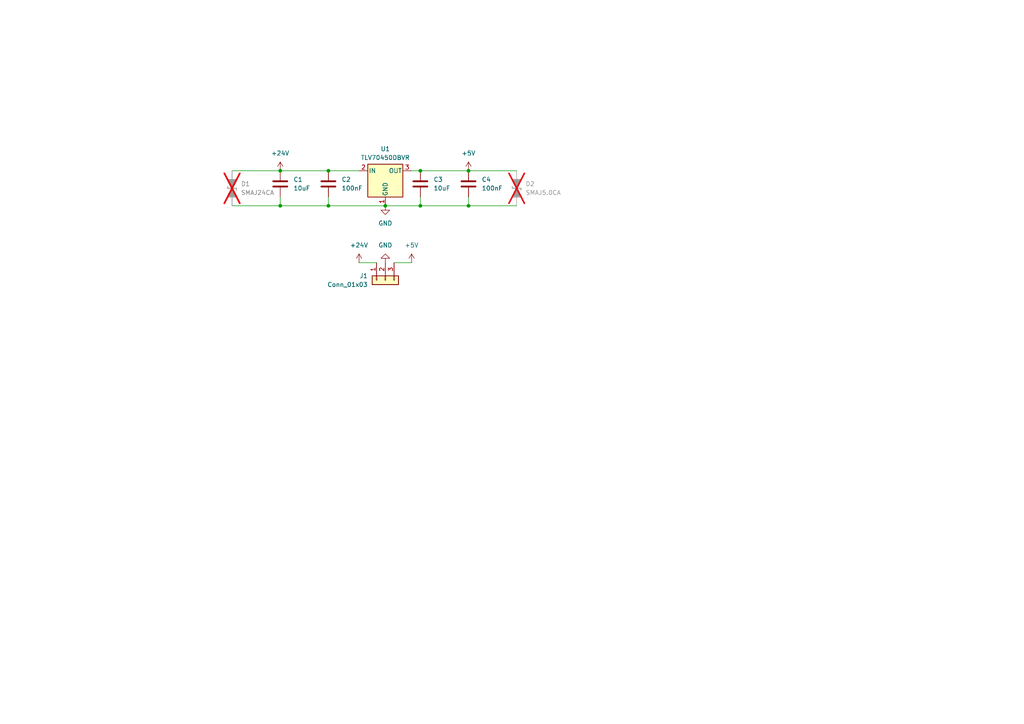
<source format=kicad_sch>
(kicad_sch
	(version 20250114)
	(generator "eeschema")
	(generator_version "9.0")
	(uuid "a0aac50c-405e-454e-9600-58c93bebf111")
	(paper "A4")
	(lib_symbols
		(symbol "Connector_Generic:Conn_01x03"
			(pin_names
				(offset 1.016)
				(hide yes)
			)
			(exclude_from_sim no)
			(in_bom yes)
			(on_board yes)
			(property "Reference" "J"
				(at 0 5.08 0)
				(effects
					(font
						(size 1.27 1.27)
					)
				)
			)
			(property "Value" "Conn_01x03"
				(at 0 -5.08 0)
				(effects
					(font
						(size 1.27 1.27)
					)
				)
			)
			(property "Footprint" ""
				(at 0 0 0)
				(effects
					(font
						(size 1.27 1.27)
					)
					(hide yes)
				)
			)
			(property "Datasheet" "~"
				(at 0 0 0)
				(effects
					(font
						(size 1.27 1.27)
					)
					(hide yes)
				)
			)
			(property "Description" "Generic connector, single row, 01x03, script generated (kicad-library-utils/schlib/autogen/connector/)"
				(at 0 0 0)
				(effects
					(font
						(size 1.27 1.27)
					)
					(hide yes)
				)
			)
			(property "ki_keywords" "connector"
				(at 0 0 0)
				(effects
					(font
						(size 1.27 1.27)
					)
					(hide yes)
				)
			)
			(property "ki_fp_filters" "Connector*:*_1x??_*"
				(at 0 0 0)
				(effects
					(font
						(size 1.27 1.27)
					)
					(hide yes)
				)
			)
			(symbol "Conn_01x03_1_1"
				(rectangle
					(start -1.27 3.81)
					(end 1.27 -3.81)
					(stroke
						(width 0.254)
						(type default)
					)
					(fill
						(type background)
					)
				)
				(rectangle
					(start -1.27 2.667)
					(end 0 2.413)
					(stroke
						(width 0.1524)
						(type default)
					)
					(fill
						(type none)
					)
				)
				(rectangle
					(start -1.27 0.127)
					(end 0 -0.127)
					(stroke
						(width 0.1524)
						(type default)
					)
					(fill
						(type none)
					)
				)
				(rectangle
					(start -1.27 -2.413)
					(end 0 -2.667)
					(stroke
						(width 0.1524)
						(type default)
					)
					(fill
						(type none)
					)
				)
				(pin passive line
					(at -5.08 2.54 0)
					(length 3.81)
					(name "Pin_1"
						(effects
							(font
								(size 1.27 1.27)
							)
						)
					)
					(number "1"
						(effects
							(font
								(size 1.27 1.27)
							)
						)
					)
				)
				(pin passive line
					(at -5.08 0 0)
					(length 3.81)
					(name "Pin_2"
						(effects
							(font
								(size 1.27 1.27)
							)
						)
					)
					(number "2"
						(effects
							(font
								(size 1.27 1.27)
							)
						)
					)
				)
				(pin passive line
					(at -5.08 -2.54 0)
					(length 3.81)
					(name "Pin_3"
						(effects
							(font
								(size 1.27 1.27)
							)
						)
					)
					(number "3"
						(effects
							(font
								(size 1.27 1.27)
							)
						)
					)
				)
			)
			(embedded_fonts no)
		)
		(symbol "Library:TLV70450DBVR"
			(pin_names
				(offset 0.254)
			)
			(exclude_from_sim no)
			(in_bom yes)
			(on_board yes)
			(property "Reference" "U"
				(at -3.81 5.715 0)
				(effects
					(font
						(size 1.27 1.27)
					)
				)
			)
			(property "Value" "TLV70450DBVR"
				(at 0 5.715 0)
				(effects
					(font
						(size 1.27 1.27)
					)
					(justify left)
				)
			)
			(property "Footprint" "Package_TO_SOT_SMD:SOT-23-5"
				(at 0 8.255 0)
				(effects
					(font
						(size 1.27 1.27)
						(italic yes)
					)
					(hide yes)
				)
			)
			(property "Datasheet" "http://www.ti.com/lit/ds/symlink/tlv712.pdf"
				(at 0 1.27 0)
				(effects
					(font
						(size 1.27 1.27)
					)
					(hide yes)
				)
			)
			(property "Description" "300mA Low Dropout Voltage Regulator, Fixed Output 0.9V, SOT-23-5"
				(at 0 0 0)
				(effects
					(font
						(size 1.27 1.27)
					)
					(hide yes)
				)
			)
			(property "ki_keywords" "LDO Regulator Fixed Positive"
				(at 0 0 0)
				(effects
					(font
						(size 1.27 1.27)
					)
					(hide yes)
				)
			)
			(property "ki_fp_filters" "SOT?23*"
				(at 0 0 0)
				(effects
					(font
						(size 1.27 1.27)
					)
					(hide yes)
				)
			)
			(symbol "TLV70450DBVR_0_1"
				(rectangle
					(start -5.08 4.445)
					(end 5.08 -5.08)
					(stroke
						(width 0.254)
						(type default)
					)
					(fill
						(type background)
					)
				)
			)
			(symbol "TLV70450DBVR_1_1"
				(pin power_in line
					(at -7.62 2.54 0)
					(length 2.54)
					(name "IN"
						(effects
							(font
								(size 1.27 1.27)
							)
						)
					)
					(number "2"
						(effects
							(font
								(size 1.27 1.27)
							)
						)
					)
				)
				(pin power_in line
					(at 0 -7.62 90)
					(length 2.54)
					(name "GND"
						(effects
							(font
								(size 1.27 1.27)
							)
						)
					)
					(number "1"
						(effects
							(font
								(size 1.27 1.27)
							)
						)
					)
				)
				(pin no_connect line
					(at 5.08 0 180)
					(length 2.54)
					(hide yes)
					(name "NC"
						(effects
							(font
								(size 1.27 1.27)
							)
						)
					)
					(number "4"
						(effects
							(font
								(size 1.27 1.27)
							)
						)
					)
				)
				(pin no_connect line
					(at 5.08 0 180)
					(length 2.54)
					(hide yes)
					(name "NC"
						(effects
							(font
								(size 1.27 1.27)
							)
						)
					)
					(number "5"
						(effects
							(font
								(size 1.27 1.27)
							)
						)
					)
				)
				(pin input line
					(at 7.62 2.54 180)
					(length 2.54)
					(name "OUT"
						(effects
							(font
								(size 1.27 1.27)
							)
						)
					)
					(number "3"
						(effects
							(font
								(size 1.27 1.27)
							)
						)
					)
				)
			)
			(embedded_fonts no)
		)
		(symbol "PCM_Capacitor_AKL:C_1206"
			(pin_numbers
				(hide yes)
			)
			(pin_names
				(offset 0.254)
			)
			(exclude_from_sim no)
			(in_bom yes)
			(on_board yes)
			(property "Reference" "C"
				(at 0.635 2.54 0)
				(effects
					(font
						(size 1.27 1.27)
					)
					(justify left)
				)
			)
			(property "Value" "C_1206"
				(at 0.635 -2.54 0)
				(effects
					(font
						(size 1.27 1.27)
					)
					(justify left)
				)
			)
			(property "Footprint" "PCM_Capacitor_SMD_AKL:C_1206_3216Metric"
				(at 0.9652 -3.81 0)
				(effects
					(font
						(size 1.27 1.27)
					)
					(hide yes)
				)
			)
			(property "Datasheet" "~"
				(at 0 0 0)
				(effects
					(font
						(size 1.27 1.27)
					)
					(hide yes)
				)
			)
			(property "Description" "SMD 1206 MLCC capacitor, Alternate KiCad Library"
				(at 0 0 0)
				(effects
					(font
						(size 1.27 1.27)
					)
					(hide yes)
				)
			)
			(property "ki_keywords" "cap capacitor ceramic chip mlcc smd 1206"
				(at 0 0 0)
				(effects
					(font
						(size 1.27 1.27)
					)
					(hide yes)
				)
			)
			(property "ki_fp_filters" "C_*"
				(at 0 0 0)
				(effects
					(font
						(size 1.27 1.27)
					)
					(hide yes)
				)
			)
			(symbol "C_1206_0_1"
				(polyline
					(pts
						(xy -2.032 0.762) (xy 2.032 0.762)
					)
					(stroke
						(width 0.508)
						(type default)
					)
					(fill
						(type none)
					)
				)
				(polyline
					(pts
						(xy -2.032 -0.762) (xy 2.032 -0.762)
					)
					(stroke
						(width 0.508)
						(type default)
					)
					(fill
						(type none)
					)
				)
			)
			(symbol "C_1206_0_2"
				(polyline
					(pts
						(xy -2.54 -2.54) (xy -0.381 -0.381)
					)
					(stroke
						(width 0)
						(type default)
					)
					(fill
						(type none)
					)
				)
				(polyline
					(pts
						(xy -0.508 -0.508) (xy -1.651 0.635)
					)
					(stroke
						(width 0.508)
						(type default)
					)
					(fill
						(type none)
					)
				)
				(polyline
					(pts
						(xy -0.508 -0.508) (xy 0.635 -1.651)
					)
					(stroke
						(width 0.508)
						(type default)
					)
					(fill
						(type none)
					)
				)
				(polyline
					(pts
						(xy 0.381 0.381) (xy 2.54 2.54)
					)
					(stroke
						(width 0)
						(type default)
					)
					(fill
						(type none)
					)
				)
				(polyline
					(pts
						(xy 0.508 0.508) (xy -0.635 1.651)
					)
					(stroke
						(width 0.508)
						(type default)
					)
					(fill
						(type none)
					)
				)
				(polyline
					(pts
						(xy 0.508 0.508) (xy 1.651 -0.635)
					)
					(stroke
						(width 0.508)
						(type default)
					)
					(fill
						(type none)
					)
				)
			)
			(symbol "C_1206_1_1"
				(pin passive line
					(at 0 3.81 270)
					(length 2.794)
					(name "~"
						(effects
							(font
								(size 1.27 1.27)
							)
						)
					)
					(number "1"
						(effects
							(font
								(size 1.27 1.27)
							)
						)
					)
				)
				(pin passive line
					(at 0 -3.81 90)
					(length 2.794)
					(name "~"
						(effects
							(font
								(size 1.27 1.27)
							)
						)
					)
					(number "2"
						(effects
							(font
								(size 1.27 1.27)
							)
						)
					)
				)
			)
			(symbol "C_1206_1_2"
				(pin passive line
					(at -2.54 -2.54 90)
					(length 0)
					(name "~"
						(effects
							(font
								(size 1.27 1.27)
							)
						)
					)
					(number "2"
						(effects
							(font
								(size 1.27 1.27)
							)
						)
					)
				)
				(pin passive line
					(at 2.54 2.54 270)
					(length 0)
					(name "~"
						(effects
							(font
								(size 1.27 1.27)
							)
						)
					)
					(number "1"
						(effects
							(font
								(size 1.27 1.27)
							)
						)
					)
				)
			)
			(embedded_fonts no)
		)
		(symbol "PCM_Diode_TVS_AKL:SMAJ24CA"
			(pin_numbers
				(hide yes)
			)
			(pin_names
				(offset 1.016)
				(hide yes)
			)
			(exclude_from_sim no)
			(in_bom yes)
			(on_board yes)
			(property "Reference" "D"
				(at 0 5.08 0)
				(effects
					(font
						(size 1.27 1.27)
					)
				)
			)
			(property "Value" "SMAJ24CA"
				(at 0 2.54 0)
				(effects
					(font
						(size 1.27 1.27)
					)
				)
			)
			(property "Footprint" "PCM_Diode_SMD_AKL:D_SMA_TVS"
				(at 0 0 0)
				(effects
					(font
						(size 1.27 1.27)
					)
					(hide yes)
				)
			)
			(property "Datasheet" "https://www.tme.eu/Document/dbc72d81c249fe51b6ab42300e8e06d0/SMAJ_ser.pdf"
				(at 0 0 0)
				(effects
					(font
						(size 1.27 1.27)
					)
					(hide yes)
				)
			)
			(property "Description" "SMA Bidirectional TVS Diode, 24V, 400W, Alternate KiCAD Library"
				(at 0 0 0)
				(effects
					(font
						(size 1.27 1.27)
					)
					(hide yes)
				)
			)
			(property "ki_keywords" "diode TVS bidirectional SMAJ-CA"
				(at 0 0 0)
				(effects
					(font
						(size 1.27 1.27)
					)
					(hide yes)
				)
			)
			(property "ki_fp_filters" "TO-???* *_Diode_* *SingleDiode* D_*"
				(at 0 0 0)
				(effects
					(font
						(size 1.27 1.27)
					)
					(hide yes)
				)
			)
			(symbol "SMAJ24CA_0_1"
				(polyline
					(pts
						(xy 0 1.27) (xy 0 -1.27)
					)
					(stroke
						(width 0.254)
						(type default)
					)
					(fill
						(type none)
					)
				)
				(polyline
					(pts
						(xy 0 1.27) (xy 0.508 1.27)
					)
					(stroke
						(width 0.254)
						(type default)
					)
					(fill
						(type none)
					)
				)
				(polyline
					(pts
						(xy 0 0) (xy -2.54 1.27) (xy -2.54 -1.27) (xy 0 0)
					)
					(stroke
						(width 0.254)
						(type default)
					)
					(fill
						(type outline)
					)
				)
				(polyline
					(pts
						(xy 0 -1.27) (xy -0.508 -1.27)
					)
					(stroke
						(width 0.254)
						(type default)
					)
					(fill
						(type none)
					)
				)
				(polyline
					(pts
						(xy 1.27 0) (xy -1.27 0)
					)
					(stroke
						(width 0)
						(type default)
					)
					(fill
						(type none)
					)
				)
				(polyline
					(pts
						(xy 2.54 1.27) (xy 2.54 -1.27) (xy 0 0) (xy 2.54 1.27)
					)
					(stroke
						(width 0.254)
						(type default)
					)
					(fill
						(type outline)
					)
				)
			)
			(symbol "SMAJ24CA_0_2"
				(polyline
					(pts
						(xy -3.81 -3.81) (xy 3.81 3.81)
					)
					(stroke
						(width 0)
						(type default)
					)
					(fill
						(type none)
					)
				)
				(polyline
					(pts
						(xy -1.778 -1.778) (xy -2.667 -0.889) (xy 0 0) (xy -0.889 -2.667) (xy -1.778 -1.778)
					)
					(stroke
						(width 0.254)
						(type default)
					)
					(fill
						(type outline)
					)
				)
				(polyline
					(pts
						(xy -0.889 0.889) (xy -1.27 0.508)
					)
					(stroke
						(width 0.254)
						(type default)
					)
					(fill
						(type none)
					)
				)
				(polyline
					(pts
						(xy -0.889 0.889) (xy 0.889 -0.889)
					)
					(stroke
						(width 0.254)
						(type default)
					)
					(fill
						(type none)
					)
				)
				(polyline
					(pts
						(xy 0.889 -0.889) (xy 1.27 -0.508)
					)
					(stroke
						(width 0.254)
						(type default)
					)
					(fill
						(type none)
					)
				)
				(polyline
					(pts
						(xy 1.778 1.778) (xy 2.667 0.889) (xy 0 0) (xy 0.889 2.667) (xy 1.778 1.778)
					)
					(stroke
						(width 0.254)
						(type default)
					)
					(fill
						(type outline)
					)
				)
			)
			(symbol "SMAJ24CA_1_1"
				(pin passive line
					(at -5.08 0 0)
					(length 2.54)
					(name "K"
						(effects
							(font
								(size 1.27 1.27)
							)
						)
					)
					(number "1"
						(effects
							(font
								(size 1.27 1.27)
							)
						)
					)
				)
				(pin passive line
					(at 5.08 0 180)
					(length 2.54)
					(name "A"
						(effects
							(font
								(size 1.27 1.27)
							)
						)
					)
					(number "2"
						(effects
							(font
								(size 1.27 1.27)
							)
						)
					)
				)
			)
			(symbol "SMAJ24CA_1_2"
				(pin passive line
					(at -3.81 -3.81 0)
					(length 0)
					(name "A"
						(effects
							(font
								(size 1.27 1.27)
							)
						)
					)
					(number "2"
						(effects
							(font
								(size 1.27 1.27)
							)
						)
					)
				)
				(pin passive line
					(at 3.81 3.81 180)
					(length 0)
					(name "K"
						(effects
							(font
								(size 1.27 1.27)
							)
						)
					)
					(number "1"
						(effects
							(font
								(size 1.27 1.27)
							)
						)
					)
				)
			)
			(embedded_fonts no)
		)
		(symbol "PCM_Diode_TVS_AKL:SMAJ5.0CA"
			(pin_numbers
				(hide yes)
			)
			(pin_names
				(offset 1.016)
				(hide yes)
			)
			(exclude_from_sim no)
			(in_bom yes)
			(on_board yes)
			(property "Reference" "D"
				(at 0 5.08 0)
				(effects
					(font
						(size 1.27 1.27)
					)
				)
			)
			(property "Value" "SMAJ5.0CA"
				(at 0 2.54 0)
				(effects
					(font
						(size 1.27 1.27)
					)
				)
			)
			(property "Footprint" "PCM_Diode_SMD_AKL:D_SMA_TVS"
				(at 0 0 0)
				(effects
					(font
						(size 1.27 1.27)
					)
					(hide yes)
				)
			)
			(property "Datasheet" "https://www.tme.eu/Document/dbc72d81c249fe51b6ab42300e8e06d0/SMAJ_ser.pdf"
				(at 0 0 0)
				(effects
					(font
						(size 1.27 1.27)
					)
					(hide yes)
				)
			)
			(property "Description" "SMA Bidirectional TVS Diode, 5V, 400W, Alternate KiCAD Library"
				(at 0 0 0)
				(effects
					(font
						(size 1.27 1.27)
					)
					(hide yes)
				)
			)
			(property "ki_keywords" "diode TVS bidirectional SMAJ-CA"
				(at 0 0 0)
				(effects
					(font
						(size 1.27 1.27)
					)
					(hide yes)
				)
			)
			(property "ki_fp_filters" "TO-???* *_Diode_* *SingleDiode* D_*"
				(at 0 0 0)
				(effects
					(font
						(size 1.27 1.27)
					)
					(hide yes)
				)
			)
			(symbol "SMAJ5.0CA_0_1"
				(polyline
					(pts
						(xy 0 1.27) (xy 0 -1.27)
					)
					(stroke
						(width 0.254)
						(type default)
					)
					(fill
						(type none)
					)
				)
				(polyline
					(pts
						(xy 0 1.27) (xy 0.508 1.27)
					)
					(stroke
						(width 0.254)
						(type default)
					)
					(fill
						(type none)
					)
				)
				(polyline
					(pts
						(xy 0 0) (xy -2.54 1.27) (xy -2.54 -1.27) (xy 0 0)
					)
					(stroke
						(width 0.254)
						(type default)
					)
					(fill
						(type outline)
					)
				)
				(polyline
					(pts
						(xy 0 -1.27) (xy -0.508 -1.27)
					)
					(stroke
						(width 0.254)
						(type default)
					)
					(fill
						(type none)
					)
				)
				(polyline
					(pts
						(xy 1.27 0) (xy -1.27 0)
					)
					(stroke
						(width 0)
						(type default)
					)
					(fill
						(type none)
					)
				)
				(polyline
					(pts
						(xy 2.54 1.27) (xy 2.54 -1.27) (xy 0 0) (xy 2.54 1.27)
					)
					(stroke
						(width 0.254)
						(type default)
					)
					(fill
						(type outline)
					)
				)
			)
			(symbol "SMAJ5.0CA_0_2"
				(polyline
					(pts
						(xy -3.81 -3.81) (xy 3.81 3.81)
					)
					(stroke
						(width 0)
						(type default)
					)
					(fill
						(type none)
					)
				)
				(polyline
					(pts
						(xy -1.778 -1.778) (xy -2.667 -0.889) (xy 0 0) (xy -0.889 -2.667) (xy -1.778 -1.778)
					)
					(stroke
						(width 0.254)
						(type default)
					)
					(fill
						(type outline)
					)
				)
				(polyline
					(pts
						(xy -0.889 0.889) (xy -1.27 0.508)
					)
					(stroke
						(width 0.254)
						(type default)
					)
					(fill
						(type none)
					)
				)
				(polyline
					(pts
						(xy -0.889 0.889) (xy 0.889 -0.889)
					)
					(stroke
						(width 0.254)
						(type default)
					)
					(fill
						(type none)
					)
				)
				(polyline
					(pts
						(xy 0.889 -0.889) (xy 1.27 -0.508)
					)
					(stroke
						(width 0.254)
						(type default)
					)
					(fill
						(type none)
					)
				)
				(polyline
					(pts
						(xy 1.778 1.778) (xy 2.667 0.889) (xy 0 0) (xy 0.889 2.667) (xy 1.778 1.778)
					)
					(stroke
						(width 0.254)
						(type default)
					)
					(fill
						(type outline)
					)
				)
			)
			(symbol "SMAJ5.0CA_1_1"
				(pin passive line
					(at -5.08 0 0)
					(length 2.54)
					(name "K"
						(effects
							(font
								(size 1.27 1.27)
							)
						)
					)
					(number "1"
						(effects
							(font
								(size 1.27 1.27)
							)
						)
					)
				)
				(pin passive line
					(at 5.08 0 180)
					(length 2.54)
					(name "A"
						(effects
							(font
								(size 1.27 1.27)
							)
						)
					)
					(number "2"
						(effects
							(font
								(size 1.27 1.27)
							)
						)
					)
				)
			)
			(symbol "SMAJ5.0CA_1_2"
				(pin passive line
					(at -3.81 -3.81 0)
					(length 0)
					(name "A"
						(effects
							(font
								(size 1.27 1.27)
							)
						)
					)
					(number "2"
						(effects
							(font
								(size 1.27 1.27)
							)
						)
					)
				)
				(pin passive line
					(at 3.81 3.81 180)
					(length 0)
					(name "K"
						(effects
							(font
								(size 1.27 1.27)
							)
						)
					)
					(number "1"
						(effects
							(font
								(size 1.27 1.27)
							)
						)
					)
				)
			)
			(embedded_fonts no)
		)
		(symbol "power:+24V"
			(power)
			(pin_numbers
				(hide yes)
			)
			(pin_names
				(offset 0)
				(hide yes)
			)
			(exclude_from_sim no)
			(in_bom yes)
			(on_board yes)
			(property "Reference" "#PWR"
				(at 0 -3.81 0)
				(effects
					(font
						(size 1.27 1.27)
					)
					(hide yes)
				)
			)
			(property "Value" "+24V"
				(at 0 3.556 0)
				(effects
					(font
						(size 1.27 1.27)
					)
				)
			)
			(property "Footprint" ""
				(at 0 0 0)
				(effects
					(font
						(size 1.27 1.27)
					)
					(hide yes)
				)
			)
			(property "Datasheet" ""
				(at 0 0 0)
				(effects
					(font
						(size 1.27 1.27)
					)
					(hide yes)
				)
			)
			(property "Description" "Power symbol creates a global label with name \"+24V\""
				(at 0 0 0)
				(effects
					(font
						(size 1.27 1.27)
					)
					(hide yes)
				)
			)
			(property "ki_keywords" "global power"
				(at 0 0 0)
				(effects
					(font
						(size 1.27 1.27)
					)
					(hide yes)
				)
			)
			(symbol "+24V_0_1"
				(polyline
					(pts
						(xy -0.762 1.27) (xy 0 2.54)
					)
					(stroke
						(width 0)
						(type default)
					)
					(fill
						(type none)
					)
				)
				(polyline
					(pts
						(xy 0 2.54) (xy 0.762 1.27)
					)
					(stroke
						(width 0)
						(type default)
					)
					(fill
						(type none)
					)
				)
				(polyline
					(pts
						(xy 0 0) (xy 0 2.54)
					)
					(stroke
						(width 0)
						(type default)
					)
					(fill
						(type none)
					)
				)
			)
			(symbol "+24V_1_1"
				(pin power_in line
					(at 0 0 90)
					(length 0)
					(name "~"
						(effects
							(font
								(size 1.27 1.27)
							)
						)
					)
					(number "1"
						(effects
							(font
								(size 1.27 1.27)
							)
						)
					)
				)
			)
			(embedded_fonts no)
		)
		(symbol "power:+5V"
			(power)
			(pin_numbers
				(hide yes)
			)
			(pin_names
				(offset 0)
				(hide yes)
			)
			(exclude_from_sim no)
			(in_bom yes)
			(on_board yes)
			(property "Reference" "#PWR"
				(at 0 -3.81 0)
				(effects
					(font
						(size 1.27 1.27)
					)
					(hide yes)
				)
			)
			(property "Value" "+5V"
				(at 0 3.556 0)
				(effects
					(font
						(size 1.27 1.27)
					)
				)
			)
			(property "Footprint" ""
				(at 0 0 0)
				(effects
					(font
						(size 1.27 1.27)
					)
					(hide yes)
				)
			)
			(property "Datasheet" ""
				(at 0 0 0)
				(effects
					(font
						(size 1.27 1.27)
					)
					(hide yes)
				)
			)
			(property "Description" "Power symbol creates a global label with name \"+5V\""
				(at 0 0 0)
				(effects
					(font
						(size 1.27 1.27)
					)
					(hide yes)
				)
			)
			(property "ki_keywords" "global power"
				(at 0 0 0)
				(effects
					(font
						(size 1.27 1.27)
					)
					(hide yes)
				)
			)
			(symbol "+5V_0_1"
				(polyline
					(pts
						(xy -0.762 1.27) (xy 0 2.54)
					)
					(stroke
						(width 0)
						(type default)
					)
					(fill
						(type none)
					)
				)
				(polyline
					(pts
						(xy 0 2.54) (xy 0.762 1.27)
					)
					(stroke
						(width 0)
						(type default)
					)
					(fill
						(type none)
					)
				)
				(polyline
					(pts
						(xy 0 0) (xy 0 2.54)
					)
					(stroke
						(width 0)
						(type default)
					)
					(fill
						(type none)
					)
				)
			)
			(symbol "+5V_1_1"
				(pin power_in line
					(at 0 0 90)
					(length 0)
					(name "~"
						(effects
							(font
								(size 1.27 1.27)
							)
						)
					)
					(number "1"
						(effects
							(font
								(size 1.27 1.27)
							)
						)
					)
				)
			)
			(embedded_fonts no)
		)
		(symbol "power:GND"
			(power)
			(pin_numbers
				(hide yes)
			)
			(pin_names
				(offset 0)
				(hide yes)
			)
			(exclude_from_sim no)
			(in_bom yes)
			(on_board yes)
			(property "Reference" "#PWR"
				(at 0 -6.35 0)
				(effects
					(font
						(size 1.27 1.27)
					)
					(hide yes)
				)
			)
			(property "Value" "GND"
				(at 0 -3.81 0)
				(effects
					(font
						(size 1.27 1.27)
					)
				)
			)
			(property "Footprint" ""
				(at 0 0 0)
				(effects
					(font
						(size 1.27 1.27)
					)
					(hide yes)
				)
			)
			(property "Datasheet" ""
				(at 0 0 0)
				(effects
					(font
						(size 1.27 1.27)
					)
					(hide yes)
				)
			)
			(property "Description" "Power symbol creates a global label with name \"GND\" , ground"
				(at 0 0 0)
				(effects
					(font
						(size 1.27 1.27)
					)
					(hide yes)
				)
			)
			(property "ki_keywords" "global power"
				(at 0 0 0)
				(effects
					(font
						(size 1.27 1.27)
					)
					(hide yes)
				)
			)
			(symbol "GND_0_1"
				(polyline
					(pts
						(xy 0 0) (xy 0 -1.27) (xy 1.27 -1.27) (xy 0 -2.54) (xy -1.27 -1.27) (xy 0 -1.27)
					)
					(stroke
						(width 0)
						(type default)
					)
					(fill
						(type none)
					)
				)
			)
			(symbol "GND_1_1"
				(pin power_in line
					(at 0 0 270)
					(length 0)
					(name "~"
						(effects
							(font
								(size 1.27 1.27)
							)
						)
					)
					(number "1"
						(effects
							(font
								(size 1.27 1.27)
							)
						)
					)
				)
			)
			(embedded_fonts no)
		)
	)
	(junction
		(at 111.76 59.69)
		(diameter 0)
		(color 0 0 0 0)
		(uuid "1bb2f31d-90db-4bd1-aea9-0a66f9652c70")
	)
	(junction
		(at 121.92 49.53)
		(diameter 0)
		(color 0 0 0 0)
		(uuid "29e2f1f0-508c-4bc9-9e12-7011d4143fda")
	)
	(junction
		(at 95.25 49.53)
		(diameter 0)
		(color 0 0 0 0)
		(uuid "32ee81f2-4474-4065-ad81-632c0db6d5db")
	)
	(junction
		(at 81.28 49.53)
		(diameter 0)
		(color 0 0 0 0)
		(uuid "3cdcda5b-b07d-4b6d-8a42-a0c607154e17")
	)
	(junction
		(at 95.25 59.69)
		(diameter 0)
		(color 0 0 0 0)
		(uuid "8ba5dc92-6522-4faf-a7fd-1f1dcaadeadd")
	)
	(junction
		(at 121.92 59.69)
		(diameter 0)
		(color 0 0 0 0)
		(uuid "8eacb4c8-0791-4273-9ae3-5e1c4ac6299d")
	)
	(junction
		(at 81.28 59.69)
		(diameter 0)
		(color 0 0 0 0)
		(uuid "a377146a-42eb-4c58-a55c-79810233c157")
	)
	(junction
		(at 135.89 49.53)
		(diameter 0)
		(color 0 0 0 0)
		(uuid "be34c7c5-13a0-4270-8528-c922a29d208f")
	)
	(junction
		(at 135.89 59.69)
		(diameter 0)
		(color 0 0 0 0)
		(uuid "d76a5512-fe9a-41b5-9efa-6cec6621d588")
	)
	(wire
		(pts
			(xy 121.92 59.69) (xy 135.89 59.69)
		)
		(stroke
			(width 0)
			(type default)
		)
		(uuid "197c5c99-23c0-4dfe-b67d-d5b0c3efc10b")
	)
	(wire
		(pts
			(xy 67.31 59.69) (xy 81.28 59.69)
		)
		(stroke
			(width 0)
			(type default)
		)
		(uuid "27f82272-fff0-4b9b-bdee-35b199cdcf78")
	)
	(wire
		(pts
			(xy 135.89 49.53) (xy 149.86 49.53)
		)
		(stroke
			(width 0)
			(type default)
		)
		(uuid "29d58138-b4b4-45af-a837-60732b8b752c")
	)
	(wire
		(pts
			(xy 135.89 59.69) (xy 149.86 59.69)
		)
		(stroke
			(width 0)
			(type default)
		)
		(uuid "36515e4c-9ba9-4ed1-be62-d87d8e588060")
	)
	(wire
		(pts
			(xy 111.76 59.69) (xy 121.92 59.69)
		)
		(stroke
			(width 0)
			(type default)
		)
		(uuid "4211753b-a8db-401e-9d6d-1e705a824bf6")
	)
	(wire
		(pts
			(xy 121.92 57.15) (xy 121.92 59.69)
		)
		(stroke
			(width 0)
			(type default)
		)
		(uuid "4cc14edc-b5db-453b-b803-2bb4d36142cf")
	)
	(wire
		(pts
			(xy 119.38 76.2) (xy 114.3 76.2)
		)
		(stroke
			(width 0)
			(type default)
		)
		(uuid "5e103773-56f1-4577-894c-16fd90c75d6f")
	)
	(wire
		(pts
			(xy 104.14 76.2) (xy 109.22 76.2)
		)
		(stroke
			(width 0)
			(type default)
		)
		(uuid "6b331469-dd40-46c3-bd82-16e702c76da0")
	)
	(wire
		(pts
			(xy 81.28 59.69) (xy 95.25 59.69)
		)
		(stroke
			(width 0)
			(type default)
		)
		(uuid "6e31d3e4-4f6b-475a-9690-6a0e557cfd0d")
	)
	(wire
		(pts
			(xy 135.89 59.69) (xy 135.89 57.15)
		)
		(stroke
			(width 0)
			(type default)
		)
		(uuid "78307340-5aa4-4833-aba3-d18021182a2e")
	)
	(wire
		(pts
			(xy 121.92 49.53) (xy 135.89 49.53)
		)
		(stroke
			(width 0)
			(type default)
		)
		(uuid "8e2d5512-a4e3-47cb-bbf8-a3e6225e94bb")
	)
	(wire
		(pts
			(xy 81.28 49.53) (xy 95.25 49.53)
		)
		(stroke
			(width 0)
			(type default)
		)
		(uuid "99162fff-9399-4866-a324-7858859fde6a")
	)
	(wire
		(pts
			(xy 119.38 49.53) (xy 121.92 49.53)
		)
		(stroke
			(width 0)
			(type default)
		)
		(uuid "a5c83258-5488-4227-a611-b37ae14133d5")
	)
	(wire
		(pts
			(xy 81.28 59.69) (xy 81.28 57.15)
		)
		(stroke
			(width 0)
			(type default)
		)
		(uuid "a9c52d22-206f-4363-a6e9-38c96c4346ef")
	)
	(wire
		(pts
			(xy 95.25 49.53) (xy 104.14 49.53)
		)
		(stroke
			(width 0)
			(type default)
		)
		(uuid "bf3e5f60-31eb-43c9-ae73-c50d03dcfcca")
	)
	(wire
		(pts
			(xy 67.31 49.53) (xy 81.28 49.53)
		)
		(stroke
			(width 0)
			(type default)
		)
		(uuid "e3fb2293-31af-4dd2-af7b-82c107c17ad6")
	)
	(wire
		(pts
			(xy 95.25 57.15) (xy 95.25 59.69)
		)
		(stroke
			(width 0)
			(type default)
		)
		(uuid "e663c70c-598f-40bf-91ea-fce3757b1039")
	)
	(wire
		(pts
			(xy 95.25 59.69) (xy 111.76 59.69)
		)
		(stroke
			(width 0)
			(type default)
		)
		(uuid "ecefb8e3-f42f-4196-b50a-2e4b9c1c12d9")
	)
	(symbol
		(lib_id "power:+24V")
		(at 81.28 49.53 0)
		(unit 1)
		(exclude_from_sim no)
		(in_bom yes)
		(on_board yes)
		(dnp no)
		(fields_autoplaced yes)
		(uuid "5a7523bb-aafa-4cf9-afd0-8b0679af61b3")
		(property "Reference" "#PWR057"
			(at 81.28 53.34 0)
			(effects
				(font
					(size 1.27 1.27)
				)
				(hide yes)
			)
		)
		(property "Value" "+24V"
			(at 81.28 44.45 0)
			(effects
				(font
					(size 1.27 1.27)
				)
			)
		)
		(property "Footprint" ""
			(at 81.28 49.53 0)
			(effects
				(font
					(size 1.27 1.27)
				)
				(hide yes)
			)
		)
		(property "Datasheet" ""
			(at 81.28 49.53 0)
			(effects
				(font
					(size 1.27 1.27)
				)
				(hide yes)
			)
		)
		(property "Description" "Power symbol creates a global label with name \"+24V\""
			(at 81.28 49.53 0)
			(effects
				(font
					(size 1.27 1.27)
				)
				(hide yes)
			)
		)
		(pin "1"
			(uuid "94c3ab79-7552-4af8-af11-2ca3bc436776")
		)
		(instances
			(project ""
				(path "/7fd704f4-d443-4708-acb0-165a06fb66ea/8653d167-6f31-4c2c-91a5-d21a003489c4"
					(reference "#PWR057")
					(unit 1)
				)
			)
			(project ""
				(path "/a0aac50c-405e-454e-9600-58c93bebf111"
					(reference "#PWR01")
					(unit 1)
				)
			)
		)
	)
	(symbol
		(lib_id "power:+24V")
		(at 104.14 76.2 0)
		(unit 1)
		(exclude_from_sim no)
		(in_bom yes)
		(on_board yes)
		(dnp no)
		(fields_autoplaced yes)
		(uuid "891bc76c-59aa-4318-b3d2-e82cbaa23ef9")
		(property "Reference" "#PWR060"
			(at 104.14 80.01 0)
			(effects
				(font
					(size 1.27 1.27)
				)
				(hide yes)
			)
		)
		(property "Value" "+24V"
			(at 104.14 71.12 0)
			(effects
				(font
					(size 1.27 1.27)
				)
			)
		)
		(property "Footprint" ""
			(at 104.14 76.2 0)
			(effects
				(font
					(size 1.27 1.27)
				)
				(hide yes)
			)
		)
		(property "Datasheet" ""
			(at 104.14 76.2 0)
			(effects
				(font
					(size 1.27 1.27)
				)
				(hide yes)
			)
		)
		(property "Description" "Power symbol creates a global label with name \"+24V\""
			(at 104.14 76.2 0)
			(effects
				(font
					(size 1.27 1.27)
				)
				(hide yes)
			)
		)
		(pin "1"
			(uuid "d050e581-a583-42ed-a387-6ae732d50724")
		)
		(instances
			(project "TLV70450DBVR"
				(path "/7fd704f4-d443-4708-acb0-165a06fb66ea/8653d167-6f31-4c2c-91a5-d21a003489c4"
					(reference "#PWR060")
					(unit 1)
				)
			)
			(project "TLV70450DBVR"
				(path "/a0aac50c-405e-454e-9600-58c93bebf111"
					(reference "#PWR02")
					(unit 1)
				)
			)
		)
	)
	(symbol
		(lib_id "Connector_Generic:Conn_01x03")
		(at 111.76 81.28 90)
		(mirror x)
		(unit 1)
		(exclude_from_sim no)
		(in_bom yes)
		(on_board yes)
		(dnp no)
		(uuid "8c463296-2ddc-4d60-9c49-a1e7bbde8c58")
		(property "Reference" "J22"
			(at 106.68 80.0099 90)
			(effects
				(font
					(size 1.27 1.27)
				)
				(justify left)
			)
		)
		(property "Value" "Conn_01x03"
			(at 106.68 82.5499 90)
			(effects
				(font
					(size 1.27 1.27)
				)
				(justify left)
			)
		)
		(property "Footprint" "Connector_PinHeader_2.54mm:PinHeader_1x03_P2.54mm_Vertical"
			(at 111.76 81.28 0)
			(effects
				(font
					(size 1.27 1.27)
				)
				(hide yes)
			)
		)
		(property "Datasheet" "~"
			(at 111.76 81.28 0)
			(effects
				(font
					(size 1.27 1.27)
				)
				(hide yes)
			)
		)
		(property "Description" "Generic connector, single row, 01x03, script generated (kicad-library-utils/schlib/autogen/connector/)"
			(at 111.76 81.28 0)
			(effects
				(font
					(size 1.27 1.27)
				)
				(hide yes)
			)
		)
		(pin "3"
			(uuid "704ed270-d43f-431e-8964-337d1c023b75")
		)
		(pin "2"
			(uuid "78982251-bbf5-4c3c-aa84-26232ae567c0")
		)
		(pin "1"
			(uuid "7be1a3d9-6270-4c3b-85a1-f6311c9916b2")
		)
		(instances
			(project "TLV70450DBVR"
				(path "/7fd704f4-d443-4708-acb0-165a06fb66ea/8653d167-6f31-4c2c-91a5-d21a003489c4"
					(reference "J22")
					(unit 1)
				)
			)
			(project "TLV70450DBVR"
				(path "/a0aac50c-405e-454e-9600-58c93bebf111"
					(reference "J1")
					(unit 1)
				)
			)
		)
	)
	(symbol
		(lib_id "PCM_Capacitor_AKL:C_1206")
		(at 121.92 53.34 0)
		(unit 1)
		(exclude_from_sim no)
		(in_bom yes)
		(on_board yes)
		(dnp no)
		(fields_autoplaced yes)
		(uuid "9b25fdeb-6708-4b3c-8373-474f1b18c73a")
		(property "Reference" "C26"
			(at 125.73 52.0699 0)
			(effects
				(font
					(size 1.27 1.27)
				)
				(justify left)
			)
		)
		(property "Value" "10uF"
			(at 125.73 54.6099 0)
			(effects
				(font
					(size 1.27 1.27)
				)
				(justify left)
			)
		)
		(property "Footprint" "PCM_Capacitor_SMD_AKL:C_1206_3216Metric"
			(at 122.8852 57.15 0)
			(effects
				(font
					(size 1.27 1.27)
				)
				(hide yes)
			)
		)
		(property "Datasheet" "~"
			(at 121.92 53.34 0)
			(effects
				(font
					(size 1.27 1.27)
				)
				(hide yes)
			)
		)
		(property "Description" "SMD 1206 MLCC capacitor, Alternate KiCad Library"
			(at 121.92 53.34 0)
			(effects
				(font
					(size 1.27 1.27)
				)
				(hide yes)
			)
		)
		(pin "1"
			(uuid "418195c7-ddde-4728-81e6-6b8738258606")
		)
		(pin "2"
			(uuid "323e726e-f344-4cb1-9491-5f18eae63c61")
		)
		(instances
			(project "TLV70450DBVR"
				(path "/7fd704f4-d443-4708-acb0-165a06fb66ea/8653d167-6f31-4c2c-91a5-d21a003489c4"
					(reference "C26")
					(unit 1)
				)
			)
			(project "TLV70450DBVR"
				(path "/a0aac50c-405e-454e-9600-58c93bebf111"
					(reference "C3")
					(unit 1)
				)
			)
		)
	)
	(symbol
		(lib_id "PCM_Capacitor_AKL:C_1206")
		(at 95.25 53.34 0)
		(unit 1)
		(exclude_from_sim no)
		(in_bom yes)
		(on_board yes)
		(dnp no)
		(fields_autoplaced yes)
		(uuid "9c5bb358-d87d-4e1c-a73b-d02fae72ce80")
		(property "Reference" "C25"
			(at 99.06 52.0699 0)
			(effects
				(font
					(size 1.27 1.27)
				)
				(justify left)
			)
		)
		(property "Value" "100nF"
			(at 99.06 54.6099 0)
			(effects
				(font
					(size 1.27 1.27)
				)
				(justify left)
			)
		)
		(property "Footprint" "PCM_Capacitor_SMD_AKL:C_1206_3216Metric"
			(at 96.2152 57.15 0)
			(effects
				(font
					(size 1.27 1.27)
				)
				(hide yes)
			)
		)
		(property "Datasheet" "~"
			(at 95.25 53.34 0)
			(effects
				(font
					(size 1.27 1.27)
				)
				(hide yes)
			)
		)
		(property "Description" "SMD 1206 MLCC capacitor, Alternate KiCad Library"
			(at 95.25 53.34 0)
			(effects
				(font
					(size 1.27 1.27)
				)
				(hide yes)
			)
		)
		(pin "1"
			(uuid "c5f5a011-7364-4d3c-9e21-90cad3b1a828")
		)
		(pin "2"
			(uuid "b47dff29-d68c-4a98-a857-74eafa658a94")
		)
		(instances
			(project ""
				(path "/7fd704f4-d443-4708-acb0-165a06fb66ea/8653d167-6f31-4c2c-91a5-d21a003489c4"
					(reference "C25")
					(unit 1)
				)
			)
			(project ""
				(path "/a0aac50c-405e-454e-9600-58c93bebf111"
					(reference "C2")
					(unit 1)
				)
			)
		)
	)
	(symbol
		(lib_id "PCM_Capacitor_AKL:C_1206")
		(at 81.28 53.34 0)
		(unit 1)
		(exclude_from_sim no)
		(in_bom yes)
		(on_board yes)
		(dnp no)
		(fields_autoplaced yes)
		(uuid "a44679aa-8b2e-4114-bb9c-acf7b3cbdfd0")
		(property "Reference" "C24"
			(at 85.09 52.0699 0)
			(effects
				(font
					(size 1.27 1.27)
				)
				(justify left)
			)
		)
		(property "Value" "10uF"
			(at 85.09 54.6099 0)
			(effects
				(font
					(size 1.27 1.27)
				)
				(justify left)
			)
		)
		(property "Footprint" "PCM_Capacitor_SMD_AKL:C_1206_3216Metric"
			(at 82.2452 57.15 0)
			(effects
				(font
					(size 1.27 1.27)
				)
				(hide yes)
			)
		)
		(property "Datasheet" "~"
			(at 81.28 53.34 0)
			(effects
				(font
					(size 1.27 1.27)
				)
				(hide yes)
			)
		)
		(property "Description" "SMD 1206 MLCC capacitor, Alternate KiCad Library"
			(at 81.28 53.34 0)
			(effects
				(font
					(size 1.27 1.27)
				)
				(hide yes)
			)
		)
		(pin "1"
			(uuid "264c95b3-ef15-485f-9b65-8dd40d93812b")
		)
		(pin "2"
			(uuid "04b141d2-b5dc-4001-ab59-a4e6f7b9f915")
		)
		(instances
			(project "TLV70450DBVR"
				(path "/7fd704f4-d443-4708-acb0-165a06fb66ea/8653d167-6f31-4c2c-91a5-d21a003489c4"
					(reference "C24")
					(unit 1)
				)
			)
			(project "TLV70450DBVR"
				(path "/a0aac50c-405e-454e-9600-58c93bebf111"
					(reference "C1")
					(unit 1)
				)
			)
		)
	)
	(symbol
		(lib_id "power:+5V")
		(at 135.89 49.53 0)
		(unit 1)
		(exclude_from_sim no)
		(in_bom yes)
		(on_board yes)
		(dnp no)
		(fields_autoplaced yes)
		(uuid "bfa3bab6-85e1-431c-8ed0-cda006f69adb")
		(property "Reference" "#PWR058"
			(at 135.89 53.34 0)
			(effects
				(font
					(size 1.27 1.27)
				)
				(hide yes)
			)
		)
		(property "Value" "+5V"
			(at 135.89 44.45 0)
			(effects
				(font
					(size 1.27 1.27)
				)
			)
		)
		(property "Footprint" ""
			(at 135.89 49.53 0)
			(effects
				(font
					(size 1.27 1.27)
				)
				(hide yes)
			)
		)
		(property "Datasheet" ""
			(at 135.89 49.53 0)
			(effects
				(font
					(size 1.27 1.27)
				)
				(hide yes)
			)
		)
		(property "Description" "Power symbol creates a global label with name \"+5V\""
			(at 135.89 49.53 0)
			(effects
				(font
					(size 1.27 1.27)
				)
				(hide yes)
			)
		)
		(pin "1"
			(uuid "86719275-9e65-4ef4-9a9d-8ce03e8efc1e")
		)
		(instances
			(project ""
				(path "/7fd704f4-d443-4708-acb0-165a06fb66ea/8653d167-6f31-4c2c-91a5-d21a003489c4"
					(reference "#PWR058")
					(unit 1)
				)
			)
			(project ""
				(path "/a0aac50c-405e-454e-9600-58c93bebf111"
					(reference "#PWR07")
					(unit 1)
				)
			)
		)
	)
	(symbol
		(lib_id "Library:TLV70450DBVR")
		(at 111.76 52.07 0)
		(unit 1)
		(exclude_from_sim no)
		(in_bom yes)
		(on_board yes)
		(dnp no)
		(fields_autoplaced yes)
		(uuid "cd0e9304-f92c-4ff8-99b6-6332734d17a6")
		(property "Reference" "U7"
			(at 111.76 43.18 0)
			(effects
				(font
					(size 1.27 1.27)
				)
			)
		)
		(property "Value" "TLV70450DBVR"
			(at 111.76 45.72 0)
			(effects
				(font
					(size 1.27 1.27)
				)
			)
		)
		(property "Footprint" "Package_TO_SOT_SMD:SOT-23-5"
			(at 111.76 43.815 0)
			(effects
				(font
					(size 1.27 1.27)
					(italic yes)
				)
				(hide yes)
			)
		)
		(property "Datasheet" "http://www.ti.com/lit/ds/symlink/tlv712.pdf"
			(at 111.76 50.8 0)
			(effects
				(font
					(size 1.27 1.27)
				)
				(hide yes)
			)
		)
		(property "Description" "300mA Low Dropout Voltage Regulator, Fixed Output 0.9V, SOT-23-5"
			(at 111.76 52.07 0)
			(effects
				(font
					(size 1.27 1.27)
				)
				(hide yes)
			)
		)
		(pin "3"
			(uuid "38a85dd3-dc24-46fa-addd-c5754414f8a1")
		)
		(pin "1"
			(uuid "90e48840-be9e-427f-b2c8-01e6af1eec82")
		)
		(pin "5"
			(uuid "6e150990-b20a-425f-b14f-e4631c23db94")
		)
		(pin "2"
			(uuid "7ac4280c-bfec-44ed-b0cb-9e86a7c5b927")
		)
		(pin "4"
			(uuid "15873f3e-4804-4c63-8f81-5480bc0fe9cd")
		)
		(instances
			(project ""
				(path "/7fd704f4-d443-4708-acb0-165a06fb66ea/8653d167-6f31-4c2c-91a5-d21a003489c4"
					(reference "U7")
					(unit 1)
				)
			)
			(project ""
				(path "/a0aac50c-405e-454e-9600-58c93bebf111"
					(reference "U1")
					(unit 1)
				)
			)
		)
	)
	(symbol
		(lib_id "power:GND")
		(at 111.76 76.2 180)
		(unit 1)
		(exclude_from_sim no)
		(in_bom yes)
		(on_board yes)
		(dnp no)
		(fields_autoplaced yes)
		(uuid "d67455e6-a872-4aa3-9d5d-a54fb7573a34")
		(property "Reference" "#PWR061"
			(at 111.76 69.85 0)
			(effects
				(font
					(size 1.27 1.27)
				)
				(hide yes)
			)
		)
		(property "Value" "GND"
			(at 111.76 71.12 0)
			(effects
				(font
					(size 1.27 1.27)
				)
			)
		)
		(property "Footprint" ""
			(at 111.76 76.2 0)
			(effects
				(font
					(size 1.27 1.27)
				)
				(hide yes)
			)
		)
		(property "Datasheet" ""
			(at 111.76 76.2 0)
			(effects
				(font
					(size 1.27 1.27)
				)
				(hide yes)
			)
		)
		(property "Description" "Power symbol creates a global label with name \"GND\" , ground"
			(at 111.76 76.2 0)
			(effects
				(font
					(size 1.27 1.27)
				)
				(hide yes)
			)
		)
		(pin "1"
			(uuid "8e880c71-c801-4ed0-a78f-439982389eab")
		)
		(instances
			(project "TLV70450DBVR"
				(path "/7fd704f4-d443-4708-acb0-165a06fb66ea/8653d167-6f31-4c2c-91a5-d21a003489c4"
					(reference "#PWR061")
					(unit 1)
				)
			)
			(project "TLV70450DBVR"
				(path "/a0aac50c-405e-454e-9600-58c93bebf111"
					(reference "#PWR04")
					(unit 1)
				)
			)
		)
	)
	(symbol
		(lib_id "power:GND")
		(at 111.76 59.69 0)
		(unit 1)
		(exclude_from_sim no)
		(in_bom yes)
		(on_board yes)
		(dnp no)
		(fields_autoplaced yes)
		(uuid "dd8b03f2-c3bf-48b1-abb1-68b35f3d3393")
		(property "Reference" "#PWR059"
			(at 111.76 66.04 0)
			(effects
				(font
					(size 1.27 1.27)
				)
				(hide yes)
			)
		)
		(property "Value" "GND"
			(at 111.76 64.77 0)
			(effects
				(font
					(size 1.27 1.27)
				)
			)
		)
		(property "Footprint" ""
			(at 111.76 59.69 0)
			(effects
				(font
					(size 1.27 1.27)
				)
				(hide yes)
			)
		)
		(property "Datasheet" ""
			(at 111.76 59.69 0)
			(effects
				(font
					(size 1.27 1.27)
				)
				(hide yes)
			)
		)
		(property "Description" "Power symbol creates a global label with name \"GND\" , ground"
			(at 111.76 59.69 0)
			(effects
				(font
					(size 1.27 1.27)
				)
				(hide yes)
			)
		)
		(pin "1"
			(uuid "f319eee3-bbb8-40a6-a27f-20d31ac17e91")
		)
		(instances
			(project ""
				(path "/7fd704f4-d443-4708-acb0-165a06fb66ea/8653d167-6f31-4c2c-91a5-d21a003489c4"
					(reference "#PWR059")
					(unit 1)
				)
			)
			(project ""
				(path "/a0aac50c-405e-454e-9600-58c93bebf111"
					(reference "#PWR03")
					(unit 1)
				)
			)
		)
	)
	(symbol
		(lib_id "power:+5V")
		(at 119.38 76.2 0)
		(unit 1)
		(exclude_from_sim no)
		(in_bom yes)
		(on_board yes)
		(dnp no)
		(fields_autoplaced yes)
		(uuid "e982e8be-d8c7-41f2-9534-a274697f2e9a")
		(property "Reference" "#PWR062"
			(at 119.38 80.01 0)
			(effects
				(font
					(size 1.27 1.27)
				)
				(hide yes)
			)
		)
		(property "Value" "+5V"
			(at 119.38 71.12 0)
			(effects
				(font
					(size 1.27 1.27)
				)
			)
		)
		(property "Footprint" ""
			(at 119.38 76.2 0)
			(effects
				(font
					(size 1.27 1.27)
				)
				(hide yes)
			)
		)
		(property "Datasheet" ""
			(at 119.38 76.2 0)
			(effects
				(font
					(size 1.27 1.27)
				)
				(hide yes)
			)
		)
		(property "Description" "Power symbol creates a global label with name \"+5V\""
			(at 119.38 76.2 0)
			(effects
				(font
					(size 1.27 1.27)
				)
				(hide yes)
			)
		)
		(pin "1"
			(uuid "cc058357-1c02-4c74-adeb-c59aa11a1d0b")
		)
		(instances
			(project "TLV70450DBVR"
				(path "/7fd704f4-d443-4708-acb0-165a06fb66ea/8653d167-6f31-4c2c-91a5-d21a003489c4"
					(reference "#PWR062")
					(unit 1)
				)
			)
			(project "TLV70450DBVR"
				(path "/a0aac50c-405e-454e-9600-58c93bebf111"
					(reference "#PWR08")
					(unit 1)
				)
			)
		)
	)
	(symbol
		(lib_id "PCM_Diode_TVS_AKL:SMAJ24CA")
		(at 67.31 54.61 90)
		(unit 1)
		(exclude_from_sim no)
		(in_bom yes)
		(on_board yes)
		(dnp yes)
		(fields_autoplaced yes)
		(uuid "ebd7efe0-016f-46eb-ad95-a156091d793c")
		(property "Reference" "D9"
			(at 69.85 53.3399 90)
			(effects
				(font
					(size 1.27 1.27)
				)
				(justify right)
			)
		)
		(property "Value" "SMAJ24CA"
			(at 69.85 55.8799 90)
			(effects
				(font
					(size 1.27 1.27)
				)
				(justify right)
			)
		)
		(property "Footprint" "PCM_Diode_SMD_AKL:D_SMA_TVS"
			(at 67.31 54.61 0)
			(effects
				(font
					(size 1.27 1.27)
				)
				(hide yes)
			)
		)
		(property "Datasheet" "https://www.tme.eu/Document/dbc72d81c249fe51b6ab42300e8e06d0/SMAJ_ser.pdf"
			(at 67.31 54.61 0)
			(effects
				(font
					(size 1.27 1.27)
				)
				(hide yes)
			)
		)
		(property "Description" "SMA Bidirectional TVS Diode, 24V, 400W, Alternate KiCAD Library"
			(at 67.31 54.61 0)
			(effects
				(font
					(size 1.27 1.27)
				)
				(hide yes)
			)
		)
		(pin "2"
			(uuid "e65b5264-2e94-4627-a194-7c3db643a6f0")
		)
		(pin "1"
			(uuid "5ed88ec1-8e0c-42c0-9f9d-bbcb500efd0f")
		)
		(instances
			(project ""
				(path "/7fd704f4-d443-4708-acb0-165a06fb66ea/8653d167-6f31-4c2c-91a5-d21a003489c4"
					(reference "D9")
					(unit 1)
				)
			)
			(project ""
				(path "/a0aac50c-405e-454e-9600-58c93bebf111"
					(reference "D1")
					(unit 1)
				)
			)
		)
	)
	(symbol
		(lib_id "PCM_Capacitor_AKL:C_1206")
		(at 135.89 53.34 0)
		(unit 1)
		(exclude_from_sim no)
		(in_bom yes)
		(on_board yes)
		(dnp no)
		(fields_autoplaced yes)
		(uuid "f7b5062e-7589-4cbe-8880-6ee075be258f")
		(property "Reference" "C27"
			(at 139.7 52.0699 0)
			(effects
				(font
					(size 1.27 1.27)
				)
				(justify left)
			)
		)
		(property "Value" "100nF"
			(at 139.7 54.6099 0)
			(effects
				(font
					(size 1.27 1.27)
				)
				(justify left)
			)
		)
		(property "Footprint" "PCM_Capacitor_SMD_AKL:C_1206_3216Metric"
			(at 136.8552 57.15 0)
			(effects
				(font
					(size 1.27 1.27)
				)
				(hide yes)
			)
		)
		(property "Datasheet" "~"
			(at 135.89 53.34 0)
			(effects
				(font
					(size 1.27 1.27)
				)
				(hide yes)
			)
		)
		(property "Description" "SMD 1206 MLCC capacitor, Alternate KiCad Library"
			(at 135.89 53.34 0)
			(effects
				(font
					(size 1.27 1.27)
				)
				(hide yes)
			)
		)
		(pin "1"
			(uuid "fffc65db-132f-4ddc-8708-52be736ac1a9")
		)
		(pin "2"
			(uuid "c7226da5-9eb5-403d-bc80-a4f2dc7e90dd")
		)
		(instances
			(project "TLV70450DBVR"
				(path "/7fd704f4-d443-4708-acb0-165a06fb66ea/8653d167-6f31-4c2c-91a5-d21a003489c4"
					(reference "C27")
					(unit 1)
				)
			)
			(project "TLV70450DBVR"
				(path "/a0aac50c-405e-454e-9600-58c93bebf111"
					(reference "C4")
					(unit 1)
				)
			)
		)
	)
	(symbol
		(lib_id "PCM_Diode_TVS_AKL:SMAJ5.0CA")
		(at 149.86 54.61 90)
		(unit 1)
		(exclude_from_sim no)
		(in_bom yes)
		(on_board yes)
		(dnp yes)
		(fields_autoplaced yes)
		(uuid "f96ec13f-f857-4b68-8cc2-de3addaa352f")
		(property "Reference" "D10"
			(at 152.4 53.3399 90)
			(effects
				(font
					(size 1.27 1.27)
				)
				(justify right)
			)
		)
		(property "Value" "SMAJ5.0CA"
			(at 152.4 55.8799 90)
			(effects
				(font
					(size 1.27 1.27)
				)
				(justify right)
			)
		)
		(property "Footprint" "PCM_Diode_SMD_AKL:D_SMA_TVS"
			(at 149.86 54.61 0)
			(effects
				(font
					(size 1.27 1.27)
				)
				(hide yes)
			)
		)
		(property "Datasheet" "https://www.tme.eu/Document/dbc72d81c249fe51b6ab42300e8e06d0/SMAJ_ser.pdf"
			(at 149.86 54.61 0)
			(effects
				(font
					(size 1.27 1.27)
				)
				(hide yes)
			)
		)
		(property "Description" "SMA Bidirectional TVS Diode, 5V, 400W, Alternate KiCAD Library"
			(at 149.86 54.61 0)
			(effects
				(font
					(size 1.27 1.27)
				)
				(hide yes)
			)
		)
		(pin "1"
			(uuid "3d3702ed-8d73-4758-a5bc-6681db2bbe6b")
		)
		(pin "2"
			(uuid "fe339f2f-e9a1-406b-8d8e-0b16e19a845b")
		)
		(instances
			(project ""
				(path "/7fd704f4-d443-4708-acb0-165a06fb66ea/8653d167-6f31-4c2c-91a5-d21a003489c4"
					(reference "D10")
					(unit 1)
				)
			)
			(project ""
				(path "/a0aac50c-405e-454e-9600-58c93bebf111"
					(reference "D2")
					(unit 1)
				)
			)
		)
	)
)

</source>
